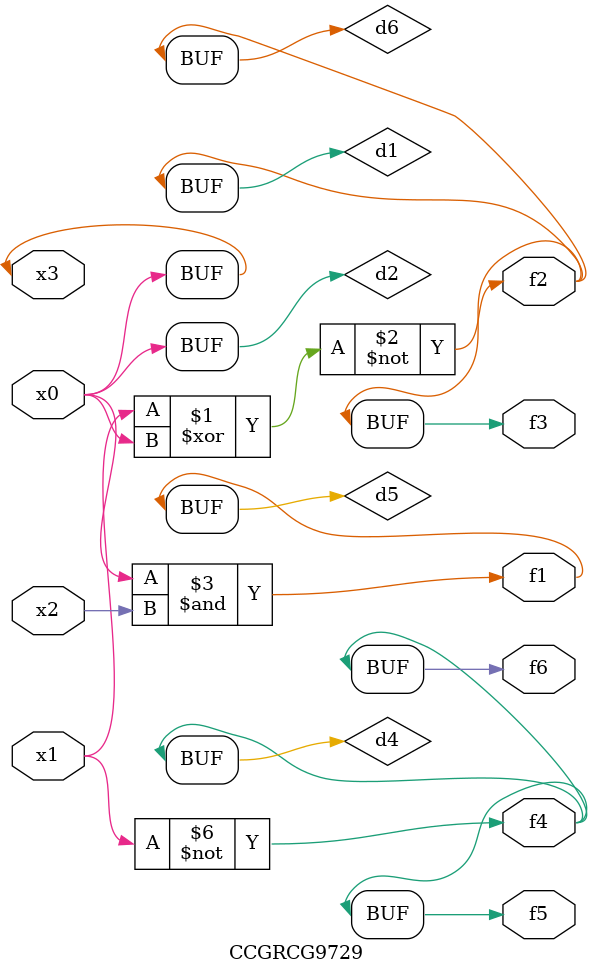
<source format=v>
module CCGRCG9729(
	input x0, x1, x2, x3,
	output f1, f2, f3, f4, f5, f6
);

	wire d1, d2, d3, d4, d5, d6;

	xnor (d1, x1, x3);
	buf (d2, x0, x3);
	nand (d3, x0, x2);
	not (d4, x1);
	nand (d5, d3);
	or (d6, d1);
	assign f1 = d5;
	assign f2 = d6;
	assign f3 = d6;
	assign f4 = d4;
	assign f5 = d4;
	assign f6 = d4;
endmodule

</source>
